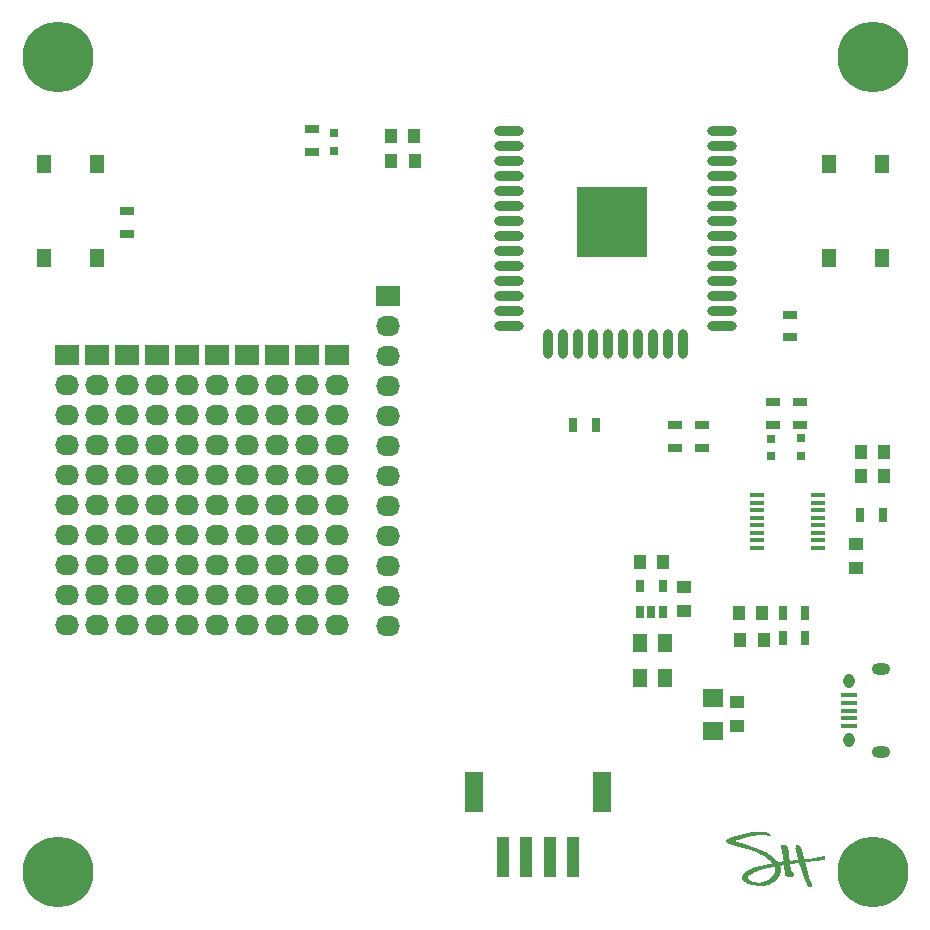
<source format=gbr>
G04 #@! TF.FileFunction,Soldermask,Top*
%FSLAX46Y46*%
G04 Gerber Fmt 4.6, Leading zero omitted, Abs format (unit mm)*
G04 Created by KiCad (PCBNEW 4.0.4-stable) date 01/17/18 01:46:41*
%MOMM*%
%LPD*%
G01*
G04 APERTURE LIST*
%ADD10C,0.100000*%
%ADD11C,0.010000*%
%ADD12C,6.000000*%
%ADD13R,2.032000X1.727200*%
%ADD14O,2.032000X1.727200*%
%ADD15R,1.000000X1.250000*%
%ADD16R,0.797560X0.797560*%
%ADD17R,1.803400X1.600200*%
%ADD18R,1.000000X3.500000*%
%ADD19R,1.600000X3.400000*%
%ADD20R,1.350000X0.400000*%
%ADD21O,0.950000X1.250000*%
%ADD22O,1.550000X1.000000*%
%ADD23R,1.300000X1.550000*%
%ADD24R,0.650000X1.060000*%
%ADD25R,1.200000X0.400000*%
%ADD26O,2.500000X0.900000*%
%ADD27O,0.900000X2.500000*%
%ADD28R,6.000000X6.000000*%
%ADD29R,1.250000X1.000000*%
%ADD30R,0.700000X1.300000*%
%ADD31R,1.300000X0.700000*%
%ADD32R,1.200000X1.500000*%
G04 APERTURE END LIST*
D10*
D11*
G36*
X160015781Y-165605526D02*
X160068434Y-165634793D01*
X160109432Y-165658469D01*
X160141237Y-165678221D01*
X160166312Y-165695719D01*
X160187120Y-165712630D01*
X160206123Y-165730624D01*
X160216887Y-165741787D01*
X160232248Y-165760174D01*
X160248604Y-165782913D01*
X160263554Y-165806174D01*
X160274701Y-165826130D01*
X160279643Y-165838952D01*
X160279260Y-165841322D01*
X160271215Y-165840370D01*
X160251209Y-165836152D01*
X160222638Y-165829416D01*
X160201627Y-165824182D01*
X160108252Y-165803474D01*
X160003734Y-165785641D01*
X159892661Y-165771399D01*
X159816333Y-165764178D01*
X159756176Y-165760695D01*
X159683871Y-165758745D01*
X159603064Y-165758258D01*
X159517400Y-165759160D01*
X159430524Y-165761381D01*
X159346082Y-165764848D01*
X159267720Y-165769490D01*
X159199082Y-165775236D01*
X159186312Y-165776569D01*
X158935744Y-165809933D01*
X158676662Y-165856462D01*
X158409335Y-165916095D01*
X158134030Y-165988771D01*
X157851014Y-166074429D01*
X157799691Y-166091084D01*
X157732196Y-166113512D01*
X157662564Y-166137205D01*
X157592403Y-166161567D01*
X157523323Y-166186004D01*
X157456935Y-166209921D01*
X157394846Y-166232721D01*
X157338668Y-166253810D01*
X157290009Y-166272593D01*
X157250479Y-166288474D01*
X157221688Y-166300859D01*
X157205245Y-166309152D01*
X157201937Y-166312127D01*
X157204755Y-166314310D01*
X157213698Y-166318303D01*
X157229501Y-166324348D01*
X157252896Y-166332685D01*
X157284619Y-166343557D01*
X157325404Y-166357205D01*
X157375984Y-166373870D01*
X157437094Y-166393794D01*
X157509467Y-166417218D01*
X157593838Y-166444383D01*
X157690940Y-166475532D01*
X157801509Y-166510905D01*
X157926277Y-166550743D01*
X157963937Y-166562757D01*
X158119342Y-166612465D01*
X158260842Y-166658047D01*
X158389735Y-166699948D01*
X158507318Y-166738618D01*
X158614887Y-166774503D01*
X158713741Y-166808050D01*
X158805177Y-166839707D01*
X158890490Y-166869922D01*
X158970980Y-166899142D01*
X159047942Y-166927814D01*
X159122674Y-166956386D01*
X159196474Y-166985305D01*
X159243978Y-167004267D01*
X159466854Y-167097607D01*
X159674730Y-167192599D01*
X159868440Y-167289766D01*
X160048819Y-167389632D01*
X160216701Y-167492719D01*
X160372921Y-167599551D01*
X160518314Y-167710651D01*
X160653715Y-167826543D01*
X160779957Y-167947749D01*
X160827023Y-167996716D01*
X160856834Y-168028822D01*
X160885262Y-168060116D01*
X160909149Y-168087082D01*
X160925338Y-168106203D01*
X160925720Y-168106679D01*
X160952406Y-168140014D01*
X161015906Y-168135951D01*
X161048058Y-168132287D01*
X161090267Y-168125198D01*
X161137339Y-168115661D01*
X161184078Y-168104656D01*
X161189694Y-168103211D01*
X161249647Y-168088753D01*
X161307071Y-168077014D01*
X161359306Y-168068387D01*
X161403692Y-168063268D01*
X161437569Y-168062050D01*
X161454682Y-168063983D01*
X161473953Y-168068820D01*
X161468833Y-167990363D01*
X161460619Y-167883435D01*
X161449994Y-167780586D01*
X161436417Y-167678284D01*
X161419344Y-167572994D01*
X161398235Y-167461184D01*
X161372548Y-167339318D01*
X161361279Y-167288775D01*
X161337692Y-167183941D01*
X161317482Y-167093172D01*
X161300355Y-167015089D01*
X161286016Y-166948311D01*
X161274172Y-166891459D01*
X161264529Y-166843153D01*
X161256792Y-166802014D01*
X161253287Y-166782199D01*
X161246627Y-166743789D01*
X161243836Y-166717839D01*
X161247024Y-166701031D01*
X161258304Y-166690046D01*
X161279787Y-166681566D01*
X161313586Y-166672275D01*
X161325235Y-166669159D01*
X161400263Y-166655390D01*
X161470230Y-166655656D01*
X161534200Y-166669791D01*
X161591234Y-166697628D01*
X161623458Y-166722371D01*
X161657009Y-166756775D01*
X161687432Y-166797339D01*
X161714979Y-166845008D01*
X161739900Y-166900729D01*
X161762446Y-166965448D01*
X161782868Y-167040111D01*
X161801418Y-167125664D01*
X161818345Y-167223054D01*
X161833901Y-167333225D01*
X161848337Y-167457124D01*
X161861904Y-167595698D01*
X161865307Y-167634093D01*
X161870859Y-167697048D01*
X161876350Y-167757611D01*
X161881535Y-167813203D01*
X161886168Y-167861246D01*
X161890004Y-167899162D01*
X161892799Y-167924374D01*
X161893226Y-167927781D01*
X161896903Y-167957875D01*
X161899586Y-167983246D01*
X161900692Y-167998332D01*
X161901571Y-168003801D01*
X161905490Y-168007626D01*
X161914681Y-168009982D01*
X161931374Y-168011042D01*
X161957804Y-168010980D01*
X161996202Y-168009969D01*
X162033890Y-168008705D01*
X162161231Y-168000278D01*
X162286233Y-167984409D01*
X162293843Y-167983173D01*
X162379479Y-167970972D01*
X162464533Y-167963055D01*
X162556836Y-167958706D01*
X162563718Y-167958518D01*
X162706593Y-167954780D01*
X162705995Y-167885718D01*
X162705228Y-167860228D01*
X162703092Y-167834423D01*
X162699159Y-167806543D01*
X162693001Y-167774825D01*
X162684192Y-167737509D01*
X162672303Y-167692835D01*
X162656907Y-167639042D01*
X162637577Y-167574368D01*
X162613885Y-167497053D01*
X162603477Y-167463437D01*
X162568890Y-167349415D01*
X162540148Y-167249034D01*
X162516995Y-167161281D01*
X162499172Y-167085141D01*
X162486422Y-167019602D01*
X162480415Y-166979787D01*
X162474675Y-166902287D01*
X162479032Y-166836633D01*
X162493435Y-166782946D01*
X162517837Y-166741346D01*
X162552187Y-166711953D01*
X162596436Y-166694888D01*
X162597496Y-166694657D01*
X162645552Y-166690721D01*
X162691216Y-166700377D01*
X162734975Y-166724029D01*
X162777314Y-166762080D01*
X162818718Y-166814937D01*
X162859674Y-166883002D01*
X162885836Y-166934650D01*
X162916550Y-167004357D01*
X162946201Y-167082979D01*
X162975151Y-167171751D01*
X163003762Y-167271910D01*
X163032396Y-167384693D01*
X163061416Y-167511335D01*
X163079337Y-167595321D01*
X163090742Y-167650001D01*
X163101899Y-167703319D01*
X163112110Y-167751965D01*
X163120681Y-167792626D01*
X163126916Y-167821991D01*
X163128159Y-167827787D01*
X163140808Y-167886542D01*
X163281962Y-167881243D01*
X163362458Y-167877433D01*
X163442046Y-167871945D01*
X163522566Y-167864512D01*
X163605860Y-167854861D01*
X163693767Y-167842725D01*
X163788129Y-167827832D01*
X163890785Y-167809913D01*
X164003578Y-167788699D01*
X164128346Y-167763918D01*
X164242500Y-167740411D01*
X164375014Y-167713216D01*
X164493451Y-167689855D01*
X164597584Y-167670368D01*
X164687183Y-167654794D01*
X164762019Y-167643176D01*
X164821863Y-167635552D01*
X164848526Y-167633060D01*
X164915012Y-167627950D01*
X164920089Y-167655010D01*
X164920283Y-167688086D01*
X164910917Y-167732229D01*
X164892312Y-167786082D01*
X164884627Y-167804750D01*
X164874484Y-167828392D01*
X164867081Y-167845326D01*
X164864385Y-167851157D01*
X164855954Y-167853360D01*
X164833058Y-167857296D01*
X164796995Y-167862800D01*
X164749062Y-167869705D01*
X164690554Y-167877845D01*
X164622769Y-167887054D01*
X164547003Y-167897166D01*
X164464553Y-167908013D01*
X164376716Y-167919429D01*
X164284788Y-167931249D01*
X164190066Y-167943305D01*
X164093846Y-167955432D01*
X163997426Y-167967463D01*
X163902102Y-167979232D01*
X163809171Y-167990571D01*
X163719929Y-168001316D01*
X163635674Y-168011300D01*
X163557701Y-168020355D01*
X163487307Y-168028317D01*
X163460750Y-168031247D01*
X163398130Y-168038154D01*
X163340744Y-168044597D01*
X163290445Y-168050359D01*
X163249091Y-168055222D01*
X163218536Y-168058969D01*
X163200635Y-168061383D01*
X163196635Y-168062156D01*
X163198309Y-168070025D01*
X163204327Y-168090567D01*
X163213949Y-168121416D01*
X163226438Y-168160206D01*
X163241054Y-168204571D01*
X163241679Y-168206448D01*
X163261259Y-168266689D01*
X163280060Y-168327807D01*
X163298571Y-168391691D01*
X163317285Y-168460229D01*
X163336691Y-168535308D01*
X163357281Y-168618817D01*
X163379544Y-168712644D01*
X163403973Y-168818678D01*
X163425050Y-168911982D01*
X163445698Y-169003792D01*
X163463464Y-169082156D01*
X163478851Y-169149137D01*
X163492364Y-169206800D01*
X163504507Y-169257208D01*
X163515786Y-169302424D01*
X163526703Y-169344511D01*
X163537765Y-169385534D01*
X163549476Y-169427555D01*
X163560906Y-169467656D01*
X163580699Y-169534288D01*
X163598707Y-169589184D01*
X163616450Y-169636136D01*
X163635442Y-169678935D01*
X163657200Y-169721375D01*
X163675181Y-169753406D01*
X163709182Y-169813616D01*
X163735405Y-169863218D01*
X163755029Y-169904710D01*
X163769236Y-169940589D01*
X163779205Y-169973352D01*
X163779308Y-169973750D01*
X163786700Y-170016826D01*
X163787841Y-170060256D01*
X163783303Y-170100751D01*
X163773663Y-170135025D01*
X163759492Y-170159791D01*
X163744915Y-170170691D01*
X163713034Y-170176817D01*
X163672732Y-170175740D01*
X163629601Y-170167714D01*
X163620320Y-170165051D01*
X163583959Y-170147260D01*
X163546408Y-170117248D01*
X163510798Y-170078070D01*
X163480258Y-170032783D01*
X163474996Y-170023188D01*
X163462177Y-169996949D01*
X163445803Y-169960643D01*
X163427967Y-169919038D01*
X163410763Y-169876905D01*
X163410540Y-169876344D01*
X163393386Y-169833617D01*
X163372170Y-169781599D01*
X163349073Y-169725596D01*
X163326278Y-169670914D01*
X163315595Y-169645534D01*
X163275368Y-169547662D01*
X163231380Y-169435500D01*
X163183544Y-169308819D01*
X163131777Y-169167394D01*
X163075994Y-169010997D01*
X163043466Y-168918217D01*
X162999775Y-168792977D01*
X162960939Y-168681832D01*
X162926633Y-168583867D01*
X162896538Y-168498170D01*
X162870330Y-168423827D01*
X162847687Y-168359925D01*
X162828287Y-168305550D01*
X162811808Y-168259789D01*
X162797927Y-168221730D01*
X162794907Y-168213531D01*
X162759737Y-168118281D01*
X162721259Y-168119618D01*
X162702284Y-168120934D01*
X162669728Y-168123921D01*
X162625771Y-168128334D01*
X162572589Y-168133924D01*
X162512362Y-168140445D01*
X162447267Y-168147650D01*
X162379484Y-168155293D01*
X162311189Y-168163127D01*
X162244562Y-168170904D01*
X162181781Y-168178378D01*
X162125023Y-168185302D01*
X162076468Y-168191429D01*
X162038293Y-168196513D01*
X162021984Y-168198854D01*
X161932687Y-168212223D01*
X161932687Y-168257342D01*
X161934066Y-168280121D01*
X161937886Y-168314904D01*
X161943672Y-168358092D01*
X161950951Y-168406086D01*
X161957356Y-168444528D01*
X161969153Y-168517899D01*
X161977133Y-168581684D01*
X161981885Y-168641545D01*
X161983952Y-168700218D01*
X161985120Y-168747827D01*
X161986927Y-168781923D01*
X161989638Y-168804867D01*
X161993515Y-168819015D01*
X161997982Y-168825946D01*
X162008843Y-168834737D01*
X162030070Y-168850295D01*
X162058817Y-168870587D01*
X162092239Y-168893580D01*
X162100042Y-168898870D01*
X162147967Y-168932983D01*
X162183599Y-168962992D01*
X162209038Y-168991497D01*
X162226382Y-169021094D01*
X162237730Y-169054383D01*
X162242093Y-169074750D01*
X162246772Y-169132621D01*
X162238130Y-169181885D01*
X162216171Y-169222523D01*
X162206502Y-169233529D01*
X162175272Y-169261242D01*
X162142235Y-169280655D01*
X162103897Y-169292929D01*
X162056767Y-169299223D01*
X162004125Y-169300734D01*
X161956818Y-169299622D01*
X161913485Y-169296066D01*
X161870331Y-169289343D01*
X161823563Y-169278735D01*
X161769389Y-169263519D01*
X161709540Y-169244766D01*
X161624303Y-169217210D01*
X161612325Y-169163839D01*
X161595141Y-169081270D01*
X161577872Y-168987085D01*
X161561212Y-168885523D01*
X161545856Y-168780824D01*
X161532497Y-168677227D01*
X161532102Y-168673906D01*
X161528188Y-168639360D01*
X161523622Y-168596570D01*
X161518679Y-168548375D01*
X161513630Y-168497613D01*
X161508748Y-168447123D01*
X161504305Y-168399744D01*
X161500576Y-168358316D01*
X161497831Y-168325676D01*
X161496344Y-168304664D01*
X161496157Y-168299644D01*
X161490469Y-168296077D01*
X161472601Y-168297018D01*
X161441286Y-168302576D01*
X161427384Y-168305530D01*
X161403560Y-168311064D01*
X161370320Y-168319234D01*
X161330338Y-168329336D01*
X161286290Y-168340665D01*
X161240850Y-168352518D01*
X161196696Y-168364192D01*
X161156500Y-168374982D01*
X161122940Y-168384184D01*
X161098689Y-168391096D01*
X161086424Y-168395012D01*
X161085510Y-168395468D01*
X161087497Y-168402992D01*
X161094400Y-168421523D01*
X161104865Y-168447485D01*
X161108259Y-168455621D01*
X161139965Y-168551114D01*
X161158042Y-168653208D01*
X161162485Y-168760350D01*
X161153287Y-168870991D01*
X161130444Y-168983581D01*
X161110407Y-169050767D01*
X161059640Y-169178675D01*
X160994874Y-169302186D01*
X160917552Y-169419404D01*
X160829119Y-169528434D01*
X160731020Y-169627381D01*
X160624699Y-169714350D01*
X160581629Y-169744405D01*
X160442256Y-169827618D01*
X160294127Y-169897645D01*
X160137355Y-169954467D01*
X159972052Y-169998063D01*
X159798329Y-170028415D01*
X159616300Y-170045503D01*
X159426077Y-170049309D01*
X159227771Y-170039812D01*
X159021496Y-170016993D01*
X159007718Y-170015035D01*
X158835689Y-169986165D01*
X158678323Y-169951234D01*
X158535608Y-169910239D01*
X158407535Y-169863176D01*
X158338574Y-169832437D01*
X158261257Y-169793437D01*
X158196124Y-169755978D01*
X158139908Y-169717947D01*
X158089345Y-169677229D01*
X158065973Y-169655968D01*
X158020157Y-169608586D01*
X157986826Y-169563788D01*
X157963765Y-169518174D01*
X157951689Y-169480659D01*
X157947356Y-169461921D01*
X158378114Y-169461921D01*
X158385085Y-169498101D01*
X158400875Y-169530992D01*
X158427269Y-169564585D01*
X158456829Y-169594277D01*
X158508675Y-169635554D01*
X158574419Y-169675469D01*
X158652096Y-169713359D01*
X158739745Y-169748560D01*
X158835401Y-169780411D01*
X158937103Y-169808249D01*
X159042888Y-169831410D01*
X159150792Y-169849232D01*
X159242956Y-169859710D01*
X159302485Y-169864426D01*
X159351848Y-169866767D01*
X159396578Y-169866743D01*
X159442203Y-169864365D01*
X159489080Y-169860172D01*
X159622172Y-169840317D01*
X159753600Y-169808392D01*
X159882099Y-169765285D01*
X160006406Y-169711884D01*
X160125255Y-169649077D01*
X160237382Y-169577752D01*
X160341522Y-169498796D01*
X160436412Y-169413097D01*
X160520785Y-169321543D01*
X160593378Y-169225021D01*
X160652927Y-169124420D01*
X160698166Y-169020628D01*
X160702460Y-169008332D01*
X160722660Y-168941745D01*
X160735416Y-168880148D01*
X160741892Y-168816372D01*
X160743329Y-168756359D01*
X160735321Y-168650091D01*
X160711668Y-168546459D01*
X160686454Y-168477000D01*
X160671719Y-168442134D01*
X160661284Y-168419732D01*
X160653207Y-168407663D01*
X160645548Y-168403795D01*
X160636368Y-168405994D01*
X160626271Y-168410865D01*
X160608124Y-168417884D01*
X160579525Y-168426714D01*
X160545543Y-168435834D01*
X160531718Y-168439191D01*
X160382290Y-168474357D01*
X160247226Y-168506303D01*
X160125417Y-168535348D01*
X160015750Y-168561811D01*
X159917115Y-168586011D01*
X159828402Y-168608267D01*
X159748498Y-168628896D01*
X159676294Y-168648219D01*
X159610679Y-168666554D01*
X159550541Y-168684219D01*
X159494770Y-168701534D01*
X159442255Y-168718816D01*
X159391885Y-168736386D01*
X159342549Y-168754562D01*
X159293135Y-168773663D01*
X159242535Y-168794006D01*
X159189635Y-168815912D01*
X159133326Y-168839699D01*
X159127675Y-168842104D01*
X158993852Y-168900976D01*
X158875023Y-168957306D01*
X158770572Y-169011447D01*
X158679883Y-169063754D01*
X158602341Y-169114580D01*
X158537332Y-169164278D01*
X158487812Y-169209560D01*
X158442262Y-169260286D01*
X158409973Y-169307901D01*
X158389476Y-169355205D01*
X158379299Y-169405001D01*
X158378177Y-169418463D01*
X158378114Y-169461921D01*
X157947356Y-169461921D01*
X157945349Y-169453244D01*
X157942898Y-169431394D01*
X157944311Y-169408610D01*
X157949567Y-169378395D01*
X157951299Y-169369798D01*
X157969651Y-169306298D01*
X157999229Y-169237038D01*
X158038213Y-169165307D01*
X158084786Y-169094394D01*
X158137129Y-169027587D01*
X158146451Y-169016896D01*
X158197873Y-168966085D01*
X158263127Y-168913478D01*
X158340438Y-168860173D01*
X158428030Y-168807267D01*
X158524125Y-168755858D01*
X158626948Y-168707043D01*
X158695582Y-168677621D01*
X158763074Y-168650793D01*
X158832758Y-168625011D01*
X158905840Y-168599959D01*
X158983521Y-168575321D01*
X159067008Y-168550781D01*
X159157503Y-168526022D01*
X159256211Y-168500726D01*
X159364336Y-168474579D01*
X159483083Y-168447263D01*
X159613654Y-168418462D01*
X159757255Y-168387859D01*
X159915090Y-168355138D01*
X159948312Y-168348344D01*
X160056775Y-168326036D01*
X160157765Y-168304919D01*
X160249983Y-168285277D01*
X160332133Y-168267392D01*
X160402916Y-168251549D01*
X160461035Y-168238030D01*
X160505192Y-168227119D01*
X160514209Y-168224750D01*
X160544325Y-168216699D01*
X160518240Y-168183365D01*
X160495503Y-168156426D01*
X160463308Y-168121196D01*
X160423997Y-168080002D01*
X160379909Y-168035175D01*
X160333386Y-167989043D01*
X160286769Y-167943937D01*
X160242397Y-167902184D01*
X160202613Y-167866116D01*
X160178500Y-167845289D01*
X159993732Y-167700124D01*
X159795772Y-167563567D01*
X159584842Y-167435737D01*
X159361165Y-167316754D01*
X159124962Y-167206739D01*
X158876458Y-167105809D01*
X158658468Y-167028171D01*
X158594612Y-167007075D01*
X158533783Y-166987628D01*
X158473728Y-166969202D01*
X158412192Y-166951169D01*
X158346921Y-166932903D01*
X158275661Y-166913773D01*
X158196158Y-166893154D01*
X158106158Y-166870416D01*
X158003406Y-166844932D01*
X157979812Y-166839127D01*
X157870804Y-166812177D01*
X157774975Y-166788095D01*
X157690017Y-166766244D01*
X157613627Y-166745988D01*
X157543498Y-166726690D01*
X157477325Y-166707715D01*
X157412803Y-166688425D01*
X157347625Y-166668184D01*
X157279487Y-166646357D01*
X157268466Y-166642775D01*
X157214028Y-166625244D01*
X157158071Y-166607553D01*
X157104762Y-166590997D01*
X157058270Y-166576871D01*
X157023343Y-166566634D01*
X156926105Y-166537898D01*
X156843483Y-166510808D01*
X156774382Y-166484739D01*
X156717708Y-166459063D01*
X156672365Y-166433155D01*
X156637259Y-166406389D01*
X156611294Y-166378138D01*
X156593375Y-166347776D01*
X156582408Y-166314678D01*
X156582366Y-166314490D01*
X156579293Y-166274166D01*
X156590442Y-166239592D01*
X156610475Y-166213928D01*
X156640204Y-166190204D01*
X156683927Y-166163915D01*
X156740097Y-166135736D01*
X156807167Y-166106343D01*
X156883591Y-166076410D01*
X156967821Y-166046615D01*
X157058312Y-166017631D01*
X157063834Y-166015955D01*
X157121619Y-165998922D01*
X157192626Y-165978741D01*
X157274645Y-165955987D01*
X157365465Y-165931237D01*
X157462877Y-165905069D01*
X157564671Y-165878060D01*
X157668637Y-165850785D01*
X157772565Y-165823823D01*
X157874245Y-165797751D01*
X157971468Y-165773144D01*
X158062022Y-165750580D01*
X158143699Y-165730637D01*
X158214289Y-165713890D01*
X158265562Y-165702237D01*
X158486209Y-165656443D01*
X158696665Y-165618832D01*
X158900117Y-165589033D01*
X159099748Y-165566679D01*
X159298745Y-165551401D01*
X159500292Y-165542831D01*
X159662562Y-165540562D01*
X159896718Y-165540034D01*
X160015781Y-165605526D01*
X160015781Y-165605526D01*
G37*
X160015781Y-165605526D02*
X160068434Y-165634793D01*
X160109432Y-165658469D01*
X160141237Y-165678221D01*
X160166312Y-165695719D01*
X160187120Y-165712630D01*
X160206123Y-165730624D01*
X160216887Y-165741787D01*
X160232248Y-165760174D01*
X160248604Y-165782913D01*
X160263554Y-165806174D01*
X160274701Y-165826130D01*
X160279643Y-165838952D01*
X160279260Y-165841322D01*
X160271215Y-165840370D01*
X160251209Y-165836152D01*
X160222638Y-165829416D01*
X160201627Y-165824182D01*
X160108252Y-165803474D01*
X160003734Y-165785641D01*
X159892661Y-165771399D01*
X159816333Y-165764178D01*
X159756176Y-165760695D01*
X159683871Y-165758745D01*
X159603064Y-165758258D01*
X159517400Y-165759160D01*
X159430524Y-165761381D01*
X159346082Y-165764848D01*
X159267720Y-165769490D01*
X159199082Y-165775236D01*
X159186312Y-165776569D01*
X158935744Y-165809933D01*
X158676662Y-165856462D01*
X158409335Y-165916095D01*
X158134030Y-165988771D01*
X157851014Y-166074429D01*
X157799691Y-166091084D01*
X157732196Y-166113512D01*
X157662564Y-166137205D01*
X157592403Y-166161567D01*
X157523323Y-166186004D01*
X157456935Y-166209921D01*
X157394846Y-166232721D01*
X157338668Y-166253810D01*
X157290009Y-166272593D01*
X157250479Y-166288474D01*
X157221688Y-166300859D01*
X157205245Y-166309152D01*
X157201937Y-166312127D01*
X157204755Y-166314310D01*
X157213698Y-166318303D01*
X157229501Y-166324348D01*
X157252896Y-166332685D01*
X157284619Y-166343557D01*
X157325404Y-166357205D01*
X157375984Y-166373870D01*
X157437094Y-166393794D01*
X157509467Y-166417218D01*
X157593838Y-166444383D01*
X157690940Y-166475532D01*
X157801509Y-166510905D01*
X157926277Y-166550743D01*
X157963937Y-166562757D01*
X158119342Y-166612465D01*
X158260842Y-166658047D01*
X158389735Y-166699948D01*
X158507318Y-166738618D01*
X158614887Y-166774503D01*
X158713741Y-166808050D01*
X158805177Y-166839707D01*
X158890490Y-166869922D01*
X158970980Y-166899142D01*
X159047942Y-166927814D01*
X159122674Y-166956386D01*
X159196474Y-166985305D01*
X159243978Y-167004267D01*
X159466854Y-167097607D01*
X159674730Y-167192599D01*
X159868440Y-167289766D01*
X160048819Y-167389632D01*
X160216701Y-167492719D01*
X160372921Y-167599551D01*
X160518314Y-167710651D01*
X160653715Y-167826543D01*
X160779957Y-167947749D01*
X160827023Y-167996716D01*
X160856834Y-168028822D01*
X160885262Y-168060116D01*
X160909149Y-168087082D01*
X160925338Y-168106203D01*
X160925720Y-168106679D01*
X160952406Y-168140014D01*
X161015906Y-168135951D01*
X161048058Y-168132287D01*
X161090267Y-168125198D01*
X161137339Y-168115661D01*
X161184078Y-168104656D01*
X161189694Y-168103211D01*
X161249647Y-168088753D01*
X161307071Y-168077014D01*
X161359306Y-168068387D01*
X161403692Y-168063268D01*
X161437569Y-168062050D01*
X161454682Y-168063983D01*
X161473953Y-168068820D01*
X161468833Y-167990363D01*
X161460619Y-167883435D01*
X161449994Y-167780586D01*
X161436417Y-167678284D01*
X161419344Y-167572994D01*
X161398235Y-167461184D01*
X161372548Y-167339318D01*
X161361279Y-167288775D01*
X161337692Y-167183941D01*
X161317482Y-167093172D01*
X161300355Y-167015089D01*
X161286016Y-166948311D01*
X161274172Y-166891459D01*
X161264529Y-166843153D01*
X161256792Y-166802014D01*
X161253287Y-166782199D01*
X161246627Y-166743789D01*
X161243836Y-166717839D01*
X161247024Y-166701031D01*
X161258304Y-166690046D01*
X161279787Y-166681566D01*
X161313586Y-166672275D01*
X161325235Y-166669159D01*
X161400263Y-166655390D01*
X161470230Y-166655656D01*
X161534200Y-166669791D01*
X161591234Y-166697628D01*
X161623458Y-166722371D01*
X161657009Y-166756775D01*
X161687432Y-166797339D01*
X161714979Y-166845008D01*
X161739900Y-166900729D01*
X161762446Y-166965448D01*
X161782868Y-167040111D01*
X161801418Y-167125664D01*
X161818345Y-167223054D01*
X161833901Y-167333225D01*
X161848337Y-167457124D01*
X161861904Y-167595698D01*
X161865307Y-167634093D01*
X161870859Y-167697048D01*
X161876350Y-167757611D01*
X161881535Y-167813203D01*
X161886168Y-167861246D01*
X161890004Y-167899162D01*
X161892799Y-167924374D01*
X161893226Y-167927781D01*
X161896903Y-167957875D01*
X161899586Y-167983246D01*
X161900692Y-167998332D01*
X161901571Y-168003801D01*
X161905490Y-168007626D01*
X161914681Y-168009982D01*
X161931374Y-168011042D01*
X161957804Y-168010980D01*
X161996202Y-168009969D01*
X162033890Y-168008705D01*
X162161231Y-168000278D01*
X162286233Y-167984409D01*
X162293843Y-167983173D01*
X162379479Y-167970972D01*
X162464533Y-167963055D01*
X162556836Y-167958706D01*
X162563718Y-167958518D01*
X162706593Y-167954780D01*
X162705995Y-167885718D01*
X162705228Y-167860228D01*
X162703092Y-167834423D01*
X162699159Y-167806543D01*
X162693001Y-167774825D01*
X162684192Y-167737509D01*
X162672303Y-167692835D01*
X162656907Y-167639042D01*
X162637577Y-167574368D01*
X162613885Y-167497053D01*
X162603477Y-167463437D01*
X162568890Y-167349415D01*
X162540148Y-167249034D01*
X162516995Y-167161281D01*
X162499172Y-167085141D01*
X162486422Y-167019602D01*
X162480415Y-166979787D01*
X162474675Y-166902287D01*
X162479032Y-166836633D01*
X162493435Y-166782946D01*
X162517837Y-166741346D01*
X162552187Y-166711953D01*
X162596436Y-166694888D01*
X162597496Y-166694657D01*
X162645552Y-166690721D01*
X162691216Y-166700377D01*
X162734975Y-166724029D01*
X162777314Y-166762080D01*
X162818718Y-166814937D01*
X162859674Y-166883002D01*
X162885836Y-166934650D01*
X162916550Y-167004357D01*
X162946201Y-167082979D01*
X162975151Y-167171751D01*
X163003762Y-167271910D01*
X163032396Y-167384693D01*
X163061416Y-167511335D01*
X163079337Y-167595321D01*
X163090742Y-167650001D01*
X163101899Y-167703319D01*
X163112110Y-167751965D01*
X163120681Y-167792626D01*
X163126916Y-167821991D01*
X163128159Y-167827787D01*
X163140808Y-167886542D01*
X163281962Y-167881243D01*
X163362458Y-167877433D01*
X163442046Y-167871945D01*
X163522566Y-167864512D01*
X163605860Y-167854861D01*
X163693767Y-167842725D01*
X163788129Y-167827832D01*
X163890785Y-167809913D01*
X164003578Y-167788699D01*
X164128346Y-167763918D01*
X164242500Y-167740411D01*
X164375014Y-167713216D01*
X164493451Y-167689855D01*
X164597584Y-167670368D01*
X164687183Y-167654794D01*
X164762019Y-167643176D01*
X164821863Y-167635552D01*
X164848526Y-167633060D01*
X164915012Y-167627950D01*
X164920089Y-167655010D01*
X164920283Y-167688086D01*
X164910917Y-167732229D01*
X164892312Y-167786082D01*
X164884627Y-167804750D01*
X164874484Y-167828392D01*
X164867081Y-167845326D01*
X164864385Y-167851157D01*
X164855954Y-167853360D01*
X164833058Y-167857296D01*
X164796995Y-167862800D01*
X164749062Y-167869705D01*
X164690554Y-167877845D01*
X164622769Y-167887054D01*
X164547003Y-167897166D01*
X164464553Y-167908013D01*
X164376716Y-167919429D01*
X164284788Y-167931249D01*
X164190066Y-167943305D01*
X164093846Y-167955432D01*
X163997426Y-167967463D01*
X163902102Y-167979232D01*
X163809171Y-167990571D01*
X163719929Y-168001316D01*
X163635674Y-168011300D01*
X163557701Y-168020355D01*
X163487307Y-168028317D01*
X163460750Y-168031247D01*
X163398130Y-168038154D01*
X163340744Y-168044597D01*
X163290445Y-168050359D01*
X163249091Y-168055222D01*
X163218536Y-168058969D01*
X163200635Y-168061383D01*
X163196635Y-168062156D01*
X163198309Y-168070025D01*
X163204327Y-168090567D01*
X163213949Y-168121416D01*
X163226438Y-168160206D01*
X163241054Y-168204571D01*
X163241679Y-168206448D01*
X163261259Y-168266689D01*
X163280060Y-168327807D01*
X163298571Y-168391691D01*
X163317285Y-168460229D01*
X163336691Y-168535308D01*
X163357281Y-168618817D01*
X163379544Y-168712644D01*
X163403973Y-168818678D01*
X163425050Y-168911982D01*
X163445698Y-169003792D01*
X163463464Y-169082156D01*
X163478851Y-169149137D01*
X163492364Y-169206800D01*
X163504507Y-169257208D01*
X163515786Y-169302424D01*
X163526703Y-169344511D01*
X163537765Y-169385534D01*
X163549476Y-169427555D01*
X163560906Y-169467656D01*
X163580699Y-169534288D01*
X163598707Y-169589184D01*
X163616450Y-169636136D01*
X163635442Y-169678935D01*
X163657200Y-169721375D01*
X163675181Y-169753406D01*
X163709182Y-169813616D01*
X163735405Y-169863218D01*
X163755029Y-169904710D01*
X163769236Y-169940589D01*
X163779205Y-169973352D01*
X163779308Y-169973750D01*
X163786700Y-170016826D01*
X163787841Y-170060256D01*
X163783303Y-170100751D01*
X163773663Y-170135025D01*
X163759492Y-170159791D01*
X163744915Y-170170691D01*
X163713034Y-170176817D01*
X163672732Y-170175740D01*
X163629601Y-170167714D01*
X163620320Y-170165051D01*
X163583959Y-170147260D01*
X163546408Y-170117248D01*
X163510798Y-170078070D01*
X163480258Y-170032783D01*
X163474996Y-170023188D01*
X163462177Y-169996949D01*
X163445803Y-169960643D01*
X163427967Y-169919038D01*
X163410763Y-169876905D01*
X163410540Y-169876344D01*
X163393386Y-169833617D01*
X163372170Y-169781599D01*
X163349073Y-169725596D01*
X163326278Y-169670914D01*
X163315595Y-169645534D01*
X163275368Y-169547662D01*
X163231380Y-169435500D01*
X163183544Y-169308819D01*
X163131777Y-169167394D01*
X163075994Y-169010997D01*
X163043466Y-168918217D01*
X162999775Y-168792977D01*
X162960939Y-168681832D01*
X162926633Y-168583867D01*
X162896538Y-168498170D01*
X162870330Y-168423827D01*
X162847687Y-168359925D01*
X162828287Y-168305550D01*
X162811808Y-168259789D01*
X162797927Y-168221730D01*
X162794907Y-168213531D01*
X162759737Y-168118281D01*
X162721259Y-168119618D01*
X162702284Y-168120934D01*
X162669728Y-168123921D01*
X162625771Y-168128334D01*
X162572589Y-168133924D01*
X162512362Y-168140445D01*
X162447267Y-168147650D01*
X162379484Y-168155293D01*
X162311189Y-168163127D01*
X162244562Y-168170904D01*
X162181781Y-168178378D01*
X162125023Y-168185302D01*
X162076468Y-168191429D01*
X162038293Y-168196513D01*
X162021984Y-168198854D01*
X161932687Y-168212223D01*
X161932687Y-168257342D01*
X161934066Y-168280121D01*
X161937886Y-168314904D01*
X161943672Y-168358092D01*
X161950951Y-168406086D01*
X161957356Y-168444528D01*
X161969153Y-168517899D01*
X161977133Y-168581684D01*
X161981885Y-168641545D01*
X161983952Y-168700218D01*
X161985120Y-168747827D01*
X161986927Y-168781923D01*
X161989638Y-168804867D01*
X161993515Y-168819015D01*
X161997982Y-168825946D01*
X162008843Y-168834737D01*
X162030070Y-168850295D01*
X162058817Y-168870587D01*
X162092239Y-168893580D01*
X162100042Y-168898870D01*
X162147967Y-168932983D01*
X162183599Y-168962992D01*
X162209038Y-168991497D01*
X162226382Y-169021094D01*
X162237730Y-169054383D01*
X162242093Y-169074750D01*
X162246772Y-169132621D01*
X162238130Y-169181885D01*
X162216171Y-169222523D01*
X162206502Y-169233529D01*
X162175272Y-169261242D01*
X162142235Y-169280655D01*
X162103897Y-169292929D01*
X162056767Y-169299223D01*
X162004125Y-169300734D01*
X161956818Y-169299622D01*
X161913485Y-169296066D01*
X161870331Y-169289343D01*
X161823563Y-169278735D01*
X161769389Y-169263519D01*
X161709540Y-169244766D01*
X161624303Y-169217210D01*
X161612325Y-169163839D01*
X161595141Y-169081270D01*
X161577872Y-168987085D01*
X161561212Y-168885523D01*
X161545856Y-168780824D01*
X161532497Y-168677227D01*
X161532102Y-168673906D01*
X161528188Y-168639360D01*
X161523622Y-168596570D01*
X161518679Y-168548375D01*
X161513630Y-168497613D01*
X161508748Y-168447123D01*
X161504305Y-168399744D01*
X161500576Y-168358316D01*
X161497831Y-168325676D01*
X161496344Y-168304664D01*
X161496157Y-168299644D01*
X161490469Y-168296077D01*
X161472601Y-168297018D01*
X161441286Y-168302576D01*
X161427384Y-168305530D01*
X161403560Y-168311064D01*
X161370320Y-168319234D01*
X161330338Y-168329336D01*
X161286290Y-168340665D01*
X161240850Y-168352518D01*
X161196696Y-168364192D01*
X161156500Y-168374982D01*
X161122940Y-168384184D01*
X161098689Y-168391096D01*
X161086424Y-168395012D01*
X161085510Y-168395468D01*
X161087497Y-168402992D01*
X161094400Y-168421523D01*
X161104865Y-168447485D01*
X161108259Y-168455621D01*
X161139965Y-168551114D01*
X161158042Y-168653208D01*
X161162485Y-168760350D01*
X161153287Y-168870991D01*
X161130444Y-168983581D01*
X161110407Y-169050767D01*
X161059640Y-169178675D01*
X160994874Y-169302186D01*
X160917552Y-169419404D01*
X160829119Y-169528434D01*
X160731020Y-169627381D01*
X160624699Y-169714350D01*
X160581629Y-169744405D01*
X160442256Y-169827618D01*
X160294127Y-169897645D01*
X160137355Y-169954467D01*
X159972052Y-169998063D01*
X159798329Y-170028415D01*
X159616300Y-170045503D01*
X159426077Y-170049309D01*
X159227771Y-170039812D01*
X159021496Y-170016993D01*
X159007718Y-170015035D01*
X158835689Y-169986165D01*
X158678323Y-169951234D01*
X158535608Y-169910239D01*
X158407535Y-169863176D01*
X158338574Y-169832437D01*
X158261257Y-169793437D01*
X158196124Y-169755978D01*
X158139908Y-169717947D01*
X158089345Y-169677229D01*
X158065973Y-169655968D01*
X158020157Y-169608586D01*
X157986826Y-169563788D01*
X157963765Y-169518174D01*
X157951689Y-169480659D01*
X157947356Y-169461921D01*
X158378114Y-169461921D01*
X158385085Y-169498101D01*
X158400875Y-169530992D01*
X158427269Y-169564585D01*
X158456829Y-169594277D01*
X158508675Y-169635554D01*
X158574419Y-169675469D01*
X158652096Y-169713359D01*
X158739745Y-169748560D01*
X158835401Y-169780411D01*
X158937103Y-169808249D01*
X159042888Y-169831410D01*
X159150792Y-169849232D01*
X159242956Y-169859710D01*
X159302485Y-169864426D01*
X159351848Y-169866767D01*
X159396578Y-169866743D01*
X159442203Y-169864365D01*
X159489080Y-169860172D01*
X159622172Y-169840317D01*
X159753600Y-169808392D01*
X159882099Y-169765285D01*
X160006406Y-169711884D01*
X160125255Y-169649077D01*
X160237382Y-169577752D01*
X160341522Y-169498796D01*
X160436412Y-169413097D01*
X160520785Y-169321543D01*
X160593378Y-169225021D01*
X160652927Y-169124420D01*
X160698166Y-169020628D01*
X160702460Y-169008332D01*
X160722660Y-168941745D01*
X160735416Y-168880148D01*
X160741892Y-168816372D01*
X160743329Y-168756359D01*
X160735321Y-168650091D01*
X160711668Y-168546459D01*
X160686454Y-168477000D01*
X160671719Y-168442134D01*
X160661284Y-168419732D01*
X160653207Y-168407663D01*
X160645548Y-168403795D01*
X160636368Y-168405994D01*
X160626271Y-168410865D01*
X160608124Y-168417884D01*
X160579525Y-168426714D01*
X160545543Y-168435834D01*
X160531718Y-168439191D01*
X160382290Y-168474357D01*
X160247226Y-168506303D01*
X160125417Y-168535348D01*
X160015750Y-168561811D01*
X159917115Y-168586011D01*
X159828402Y-168608267D01*
X159748498Y-168628896D01*
X159676294Y-168648219D01*
X159610679Y-168666554D01*
X159550541Y-168684219D01*
X159494770Y-168701534D01*
X159442255Y-168718816D01*
X159391885Y-168736386D01*
X159342549Y-168754562D01*
X159293135Y-168773663D01*
X159242535Y-168794006D01*
X159189635Y-168815912D01*
X159133326Y-168839699D01*
X159127675Y-168842104D01*
X158993852Y-168900976D01*
X158875023Y-168957306D01*
X158770572Y-169011447D01*
X158679883Y-169063754D01*
X158602341Y-169114580D01*
X158537332Y-169164278D01*
X158487812Y-169209560D01*
X158442262Y-169260286D01*
X158409973Y-169307901D01*
X158389476Y-169355205D01*
X158379299Y-169405001D01*
X158378177Y-169418463D01*
X158378114Y-169461921D01*
X157947356Y-169461921D01*
X157945349Y-169453244D01*
X157942898Y-169431394D01*
X157944311Y-169408610D01*
X157949567Y-169378395D01*
X157951299Y-169369798D01*
X157969651Y-169306298D01*
X157999229Y-169237038D01*
X158038213Y-169165307D01*
X158084786Y-169094394D01*
X158137129Y-169027587D01*
X158146451Y-169016896D01*
X158197873Y-168966085D01*
X158263127Y-168913478D01*
X158340438Y-168860173D01*
X158428030Y-168807267D01*
X158524125Y-168755858D01*
X158626948Y-168707043D01*
X158695582Y-168677621D01*
X158763074Y-168650793D01*
X158832758Y-168625011D01*
X158905840Y-168599959D01*
X158983521Y-168575321D01*
X159067008Y-168550781D01*
X159157503Y-168526022D01*
X159256211Y-168500726D01*
X159364336Y-168474579D01*
X159483083Y-168447263D01*
X159613654Y-168418462D01*
X159757255Y-168387859D01*
X159915090Y-168355138D01*
X159948312Y-168348344D01*
X160056775Y-168326036D01*
X160157765Y-168304919D01*
X160249983Y-168285277D01*
X160332133Y-168267392D01*
X160402916Y-168251549D01*
X160461035Y-168238030D01*
X160505192Y-168227119D01*
X160514209Y-168224750D01*
X160544325Y-168216699D01*
X160518240Y-168183365D01*
X160495503Y-168156426D01*
X160463308Y-168121196D01*
X160423997Y-168080002D01*
X160379909Y-168035175D01*
X160333386Y-167989043D01*
X160286769Y-167943937D01*
X160242397Y-167902184D01*
X160202613Y-167866116D01*
X160178500Y-167845289D01*
X159993732Y-167700124D01*
X159795772Y-167563567D01*
X159584842Y-167435737D01*
X159361165Y-167316754D01*
X159124962Y-167206739D01*
X158876458Y-167105809D01*
X158658468Y-167028171D01*
X158594612Y-167007075D01*
X158533783Y-166987628D01*
X158473728Y-166969202D01*
X158412192Y-166951169D01*
X158346921Y-166932903D01*
X158275661Y-166913773D01*
X158196158Y-166893154D01*
X158106158Y-166870416D01*
X158003406Y-166844932D01*
X157979812Y-166839127D01*
X157870804Y-166812177D01*
X157774975Y-166788095D01*
X157690017Y-166766244D01*
X157613627Y-166745988D01*
X157543498Y-166726690D01*
X157477325Y-166707715D01*
X157412803Y-166688425D01*
X157347625Y-166668184D01*
X157279487Y-166646357D01*
X157268466Y-166642775D01*
X157214028Y-166625244D01*
X157158071Y-166607553D01*
X157104762Y-166590997D01*
X157058270Y-166576871D01*
X157023343Y-166566634D01*
X156926105Y-166537898D01*
X156843483Y-166510808D01*
X156774382Y-166484739D01*
X156717708Y-166459063D01*
X156672365Y-166433155D01*
X156637259Y-166406389D01*
X156611294Y-166378138D01*
X156593375Y-166347776D01*
X156582408Y-166314678D01*
X156582366Y-166314490D01*
X156579293Y-166274166D01*
X156590442Y-166239592D01*
X156610475Y-166213928D01*
X156640204Y-166190204D01*
X156683927Y-166163915D01*
X156740097Y-166135736D01*
X156807167Y-166106343D01*
X156883591Y-166076410D01*
X156967821Y-166046615D01*
X157058312Y-166017631D01*
X157063834Y-166015955D01*
X157121619Y-165998922D01*
X157192626Y-165978741D01*
X157274645Y-165955987D01*
X157365465Y-165931237D01*
X157462877Y-165905069D01*
X157564671Y-165878060D01*
X157668637Y-165850785D01*
X157772565Y-165823823D01*
X157874245Y-165797751D01*
X157971468Y-165773144D01*
X158062022Y-165750580D01*
X158143699Y-165730637D01*
X158214289Y-165713890D01*
X158265562Y-165702237D01*
X158486209Y-165656443D01*
X158696665Y-165618832D01*
X158900117Y-165589033D01*
X159099748Y-165566679D01*
X159298745Y-165551401D01*
X159500292Y-165542831D01*
X159662562Y-165540562D01*
X159896718Y-165540034D01*
X160015781Y-165605526D01*
D12*
X100000000Y-100000000D03*
X100000000Y-169000000D03*
X169000000Y-169000000D03*
D13*
X123680000Y-125170000D03*
D14*
X123680000Y-127710000D03*
X123680000Y-130250000D03*
X123680000Y-132790000D03*
X123680000Y-135330000D03*
X123680000Y-137870000D03*
X123680000Y-140410000D03*
X123680000Y-142950000D03*
X123680000Y-145490000D03*
X123680000Y-148030000D03*
D13*
X121140000Y-125170000D03*
D14*
X121140000Y-127710000D03*
X121140000Y-130250000D03*
X121140000Y-132790000D03*
X121140000Y-135330000D03*
X121140000Y-137870000D03*
X121140000Y-140410000D03*
X121140000Y-142950000D03*
X121140000Y-145490000D03*
X121140000Y-148030000D03*
D13*
X118600000Y-125170000D03*
D14*
X118600000Y-127710000D03*
X118600000Y-130250000D03*
X118600000Y-132790000D03*
X118600000Y-135330000D03*
X118600000Y-137870000D03*
X118600000Y-140410000D03*
X118600000Y-142950000D03*
X118600000Y-145490000D03*
X118600000Y-148030000D03*
D13*
X116060000Y-125170000D03*
D14*
X116060000Y-127710000D03*
X116060000Y-130250000D03*
X116060000Y-132790000D03*
X116060000Y-135330000D03*
X116060000Y-137870000D03*
X116060000Y-140410000D03*
X116060000Y-142950000D03*
X116060000Y-145490000D03*
X116060000Y-148030000D03*
D13*
X113520000Y-125170000D03*
D14*
X113520000Y-127710000D03*
X113520000Y-130250000D03*
X113520000Y-132790000D03*
X113520000Y-135330000D03*
X113520000Y-137870000D03*
X113520000Y-140410000D03*
X113520000Y-142950000D03*
X113520000Y-145490000D03*
X113520000Y-148030000D03*
D13*
X110980000Y-125170000D03*
D14*
X110980000Y-127710000D03*
X110980000Y-130250000D03*
X110980000Y-132790000D03*
X110980000Y-135330000D03*
X110980000Y-137870000D03*
X110980000Y-140410000D03*
X110980000Y-142950000D03*
X110980000Y-145490000D03*
X110980000Y-148030000D03*
D13*
X108440000Y-125170000D03*
D14*
X108440000Y-127710000D03*
X108440000Y-130250000D03*
X108440000Y-132790000D03*
X108440000Y-135330000D03*
X108440000Y-137870000D03*
X108440000Y-140410000D03*
X108440000Y-142950000D03*
X108440000Y-145490000D03*
X108440000Y-148030000D03*
D13*
X105900000Y-125170000D03*
D14*
X105900000Y-127710000D03*
X105900000Y-130250000D03*
X105900000Y-132790000D03*
X105900000Y-135330000D03*
X105900000Y-137870000D03*
X105900000Y-140410000D03*
X105900000Y-142950000D03*
X105900000Y-145490000D03*
X105900000Y-148030000D03*
D13*
X103360000Y-125170000D03*
D14*
X103360000Y-127710000D03*
X103360000Y-130250000D03*
X103360000Y-132790000D03*
X103360000Y-135330000D03*
X103360000Y-137870000D03*
X103360000Y-140410000D03*
X103360000Y-142950000D03*
X103360000Y-145490000D03*
X103360000Y-148030000D03*
D15*
X170000000Y-133400000D03*
X168000000Y-133400000D03*
X130210000Y-106630000D03*
X128210000Y-106630000D03*
D16*
X123380000Y-106410000D03*
X123380000Y-107908600D03*
X162910000Y-132240700D03*
X162910000Y-133739300D03*
X160430000Y-132270700D03*
X160430000Y-133769300D03*
D17*
X155460000Y-154203000D03*
X155460000Y-156997000D03*
D18*
X143670000Y-167705000D03*
X141670000Y-167705000D03*
X139670000Y-167705000D03*
X137670000Y-167705000D03*
D19*
X146070000Y-162155000D03*
X135270000Y-162155000D03*
D20*
X167037460Y-156600900D03*
X167037460Y-155950900D03*
X167037460Y-155300900D03*
X167037460Y-154650900D03*
X167037460Y-154000900D03*
D21*
X167037460Y-157800900D03*
X167037460Y-152800900D03*
D22*
X169737460Y-158800900D03*
X169737460Y-151800900D03*
D23*
X165290000Y-116975000D03*
X169790000Y-116975000D03*
X169790000Y-109025000D03*
X165290000Y-109025000D03*
X98810000Y-116975000D03*
X103310000Y-116975000D03*
X103310000Y-109025000D03*
X98810000Y-109025000D03*
D24*
X149320000Y-146960000D03*
X150270000Y-146960000D03*
X151220000Y-146960000D03*
X151220000Y-144760000D03*
X149320000Y-144760000D03*
D25*
X159200000Y-137077500D03*
X159200000Y-137712500D03*
X159200000Y-138347500D03*
X159200000Y-138982500D03*
X159200000Y-139617500D03*
X159200000Y-140252500D03*
X159200000Y-140887500D03*
X159200000Y-141522500D03*
X164400000Y-141522500D03*
X164400000Y-140887500D03*
X164400000Y-140252500D03*
X164400000Y-139617500D03*
X164400000Y-138982500D03*
X164400000Y-138347500D03*
X164400000Y-137712500D03*
X164400000Y-137077500D03*
D26*
X156217434Y-106262662D03*
X156217434Y-107532662D03*
X156217434Y-108802662D03*
X156217434Y-110072662D03*
X156217434Y-111342662D03*
X156217434Y-112612662D03*
X156217434Y-113882662D03*
X156217434Y-115152662D03*
X156217434Y-116422662D03*
X156217434Y-117692662D03*
X156217434Y-118962662D03*
X156217434Y-120232662D03*
X156217434Y-121502662D03*
X156217434Y-122772662D03*
D27*
X152932434Y-124262662D03*
X151662434Y-124262662D03*
X150392434Y-124262662D03*
X149122434Y-124262662D03*
X147852434Y-124262662D03*
X146582434Y-124262662D03*
X145312434Y-124262662D03*
X144042434Y-124262662D03*
X142772434Y-124262662D03*
X141502434Y-124262662D03*
D26*
X138217434Y-122772662D03*
X138217434Y-121502662D03*
X138217434Y-120232662D03*
X138217434Y-118962662D03*
X138217434Y-117692662D03*
X138217434Y-116422662D03*
X138217434Y-115152662D03*
X138217434Y-113882662D03*
X138217434Y-112612662D03*
X138217434Y-111342662D03*
X138217434Y-110072662D03*
X138217434Y-108802662D03*
X138217434Y-107532662D03*
X138217434Y-106262662D03*
D28*
X146917434Y-113962662D03*
D29*
X157560000Y-154600000D03*
X157560000Y-156600000D03*
X153070000Y-146860000D03*
X153070000Y-144860000D03*
D15*
X149270000Y-142760000D03*
X151270000Y-142760000D03*
X157820000Y-149330000D03*
X159820000Y-149330000D03*
X157670000Y-147050000D03*
X159670000Y-147050000D03*
D29*
X167600000Y-143200000D03*
X167600000Y-141200000D03*
D15*
X170000000Y-135400000D03*
X168000000Y-135400000D03*
X130240000Y-108770000D03*
X128240000Y-108770000D03*
D30*
X143680000Y-131120000D03*
X145580000Y-131120000D03*
D31*
X121500000Y-106080000D03*
X121500000Y-107980000D03*
X105840000Y-113040000D03*
X105840000Y-114940000D03*
X162030000Y-123690000D03*
X162030000Y-121790000D03*
X154600000Y-131160000D03*
X154600000Y-133060000D03*
X152300000Y-131150000D03*
X152300000Y-133050000D03*
D30*
X163280000Y-149190000D03*
X161380000Y-149190000D03*
X163300000Y-147010000D03*
X161400000Y-147010000D03*
D31*
X162870000Y-129200000D03*
X162870000Y-131100000D03*
X160580000Y-129200000D03*
X160580000Y-131100000D03*
D32*
X151470000Y-152510000D03*
X151470000Y-149610000D03*
X149270000Y-152510000D03*
X149270000Y-149610000D03*
D30*
X167950000Y-138700000D03*
X169850000Y-138700000D03*
D13*
X127980000Y-120230000D03*
D14*
X127980000Y-122770000D03*
X127980000Y-125310000D03*
X127980000Y-127850000D03*
X127980000Y-130390000D03*
X127980000Y-132930000D03*
X127980000Y-135470000D03*
X127980000Y-138010000D03*
X127980000Y-140550000D03*
X127980000Y-143090000D03*
X127980000Y-145630000D03*
X127980000Y-148170000D03*
D13*
X100820000Y-125170000D03*
D14*
X100820000Y-127710000D03*
X100820000Y-130250000D03*
X100820000Y-132790000D03*
X100820000Y-135330000D03*
X100820000Y-137870000D03*
X100820000Y-140410000D03*
X100820000Y-142950000D03*
X100820000Y-145490000D03*
X100820000Y-148030000D03*
D12*
X169000000Y-100000000D03*
M02*

</source>
